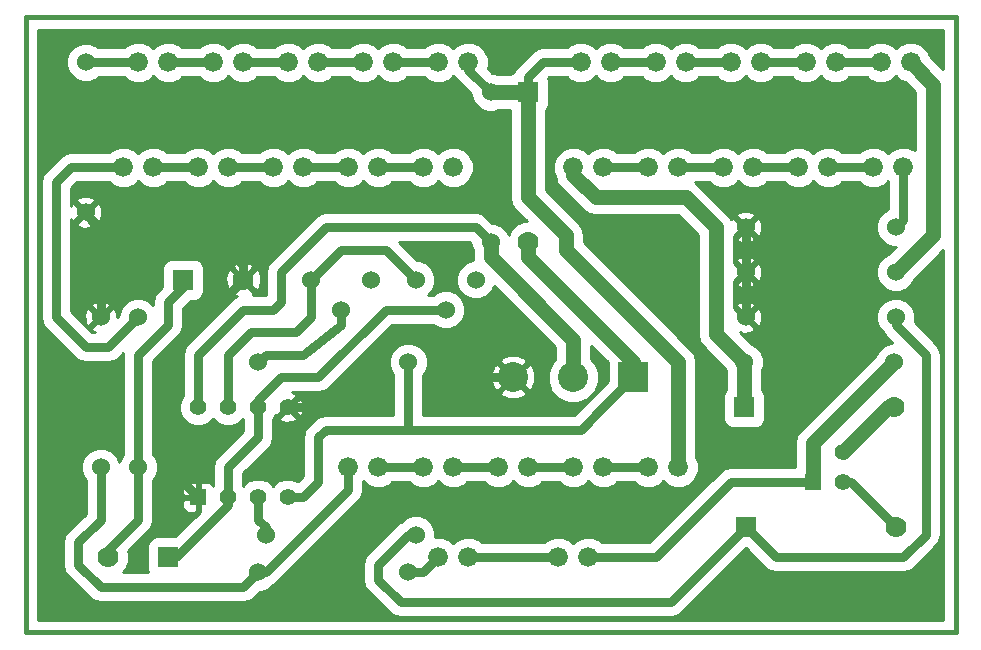
<source format=gbl>
G04 (created by PCBNEW-RS274X (2011-05-25)-stable) date Thu 15 Mar 2012 01:05:41 AM MST*
G01*
G70*
G90*
%MOIN*%
G04 Gerber Fmt 3.4, Leading zero omitted, Abs format*
%FSLAX34Y34*%
G04 APERTURE LIST*
%ADD10C,0.006000*%
%ADD11C,0.015000*%
%ADD12R,0.055000X0.055000*%
%ADD13C,0.055000*%
%ADD14C,0.060000*%
%ADD15C,0.066000*%
%ADD16C,0.070000*%
%ADD17R,0.070000X0.070000*%
%ADD18R,0.100000X0.100000*%
%ADD19C,0.100000*%
%ADD20C,0.030000*%
%ADD21C,0.050000*%
%ADD22C,0.010000*%
G04 APERTURE END LIST*
G54D10*
G54D11*
X67000Y-20250D02*
X67000Y-40750D01*
X36000Y-40750D02*
X67000Y-40750D01*
X36000Y-20250D02*
X36000Y-40750D01*
X36000Y-20250D02*
X67000Y-20250D01*
G54D12*
X62250Y-35750D03*
G54D13*
X63250Y-35750D03*
X63250Y-34750D03*
G54D14*
X51000Y-29000D03*
X50000Y-30000D03*
X49000Y-29000D03*
X47500Y-29000D03*
X46500Y-30000D03*
X45500Y-29000D03*
X38000Y-26750D03*
X38000Y-21750D03*
X43750Y-38750D03*
X48750Y-38750D03*
X65000Y-28750D03*
X60000Y-28750D03*
X65000Y-27250D03*
X60000Y-27250D03*
X39750Y-35250D03*
X39750Y-30250D03*
X48750Y-31750D03*
X43750Y-31750D03*
X51500Y-22750D03*
X51500Y-27750D03*
X59950Y-31750D03*
X64950Y-31750D03*
X65000Y-30250D03*
X60000Y-30250D03*
X38500Y-30250D03*
X38500Y-35250D03*
X49000Y-37500D03*
X44000Y-37500D03*
G54D15*
X64250Y-25250D03*
X65250Y-25250D03*
X57750Y-35250D03*
X56750Y-35250D03*
X55250Y-35250D03*
X54250Y-35250D03*
X52750Y-35250D03*
X51750Y-35250D03*
X50250Y-35250D03*
X49250Y-35250D03*
X47750Y-35250D03*
X46750Y-35250D03*
X43250Y-21750D03*
X42250Y-21750D03*
X45750Y-21750D03*
X44750Y-21750D03*
X48250Y-21750D03*
X47250Y-21750D03*
X50750Y-21750D03*
X49750Y-21750D03*
X54500Y-21750D03*
X55500Y-21750D03*
X57000Y-21750D03*
X58000Y-21750D03*
X59500Y-21750D03*
X60500Y-21750D03*
X62000Y-21750D03*
X63000Y-21750D03*
X64500Y-21750D03*
X65500Y-21750D03*
X61750Y-25250D03*
X62750Y-25250D03*
X40250Y-25250D03*
X39250Y-25250D03*
X42750Y-25250D03*
X41750Y-25250D03*
X45250Y-25250D03*
X44250Y-25250D03*
X47750Y-25250D03*
X46750Y-25250D03*
X50250Y-25250D03*
X49250Y-25250D03*
X54250Y-25250D03*
X55250Y-25250D03*
X56750Y-25250D03*
X57750Y-25250D03*
X59250Y-25250D03*
X60250Y-25250D03*
X40750Y-21750D03*
X39750Y-21750D03*
X54750Y-38250D03*
X53750Y-38250D03*
X50750Y-38250D03*
X49750Y-38250D03*
G54D12*
X41750Y-36250D03*
G54D13*
X42750Y-36250D03*
X43750Y-36250D03*
X44750Y-36250D03*
X44750Y-33250D03*
X43750Y-33250D03*
X42750Y-33250D03*
X41750Y-33250D03*
G54D16*
X52750Y-27750D03*
G54D17*
X52750Y-22750D03*
G54D16*
X65000Y-37250D03*
G54D17*
X60000Y-37250D03*
G54D16*
X64950Y-33250D03*
G54D17*
X59950Y-33250D03*
G54D18*
X56250Y-32250D03*
G54D19*
X54250Y-32250D03*
X52250Y-32250D03*
G54D17*
X41250Y-29000D03*
G54D16*
X43250Y-29000D03*
G54D17*
X40750Y-38250D03*
G54D16*
X38750Y-38250D03*
G54D20*
X43250Y-29000D02*
X40750Y-31500D01*
X40750Y-35250D02*
X41750Y-36250D01*
X40750Y-31500D02*
X40750Y-35250D01*
X43250Y-29000D02*
X43250Y-28500D01*
X42250Y-27500D02*
X38500Y-27500D01*
X43250Y-28500D02*
X42250Y-27500D01*
X38500Y-30250D02*
X38500Y-28500D01*
X38500Y-28500D02*
X38500Y-28000D01*
X38500Y-28000D02*
X38500Y-27500D01*
X60000Y-30250D02*
X60000Y-28750D01*
X60000Y-28750D02*
X60000Y-27250D01*
X50250Y-31750D02*
X49250Y-30750D01*
X49250Y-30750D02*
X48250Y-30750D01*
X48250Y-30750D02*
X45750Y-33250D01*
X45750Y-33250D02*
X44750Y-33250D01*
X52250Y-32250D02*
X50750Y-32250D01*
X50750Y-32250D02*
X50250Y-31750D01*
X44750Y-33250D02*
X44750Y-33250D01*
X38000Y-26750D02*
X38500Y-27500D01*
X64950Y-33250D02*
X64750Y-33250D01*
G54D21*
X64750Y-33250D02*
X63250Y-34750D01*
G54D20*
X63250Y-35750D02*
X63500Y-35750D01*
X63500Y-35750D02*
X65000Y-37250D01*
X48750Y-38750D02*
X49250Y-38750D01*
X49250Y-38750D02*
X49750Y-38250D01*
X49000Y-29000D02*
X48000Y-28000D01*
X46500Y-28000D02*
X48000Y-28000D01*
X46500Y-28000D02*
X45500Y-29000D01*
X45500Y-29000D02*
X45500Y-30250D01*
X42750Y-31500D02*
X42750Y-33250D01*
X43500Y-30750D02*
X42750Y-31500D01*
X45000Y-30750D02*
X43500Y-30750D01*
X45500Y-30250D02*
X45000Y-30750D01*
X45500Y-29000D02*
X45500Y-29000D01*
X43750Y-31750D02*
X44000Y-31500D01*
X46500Y-30500D02*
X46500Y-30000D01*
X45250Y-31500D02*
X46500Y-30500D01*
X44000Y-31500D02*
X45250Y-31500D01*
X50750Y-38250D02*
X53750Y-38250D01*
X44000Y-37500D02*
X44000Y-37250D01*
X43750Y-37000D02*
X43750Y-36250D01*
X44000Y-37250D02*
X43750Y-37000D01*
X49250Y-35250D02*
X47750Y-35250D01*
X51750Y-35250D02*
X50250Y-35250D01*
X54250Y-35250D02*
X52750Y-35250D01*
X55250Y-35250D02*
X56750Y-35250D01*
X48250Y-21750D02*
X49750Y-21750D01*
X55250Y-25250D02*
X56750Y-25250D01*
X57750Y-25250D02*
X59250Y-25250D01*
X60250Y-25250D02*
X61750Y-25250D01*
X62750Y-25250D02*
X64250Y-25250D01*
X65000Y-27250D02*
X65250Y-27000D01*
X65250Y-25750D02*
X65250Y-25250D01*
X65250Y-27000D02*
X65250Y-25750D01*
X42250Y-21750D02*
X40750Y-21750D01*
X39750Y-21750D02*
X38000Y-21750D01*
X44750Y-21750D02*
X43250Y-21750D01*
X45750Y-21750D02*
X47250Y-21750D01*
X49250Y-25250D02*
X47750Y-25250D01*
X46750Y-25250D02*
X45250Y-25250D01*
X44250Y-25250D02*
X42750Y-25250D01*
X41750Y-25250D02*
X40250Y-25250D01*
X39250Y-25250D02*
X37500Y-25250D01*
X38750Y-31250D02*
X39750Y-30250D01*
X38000Y-31250D02*
X38750Y-31250D01*
X37000Y-30250D02*
X38000Y-31250D01*
X37000Y-25750D02*
X37000Y-30250D01*
X37500Y-25250D02*
X37000Y-25750D01*
X63000Y-21750D02*
X64500Y-21750D01*
G54D21*
X65000Y-28750D02*
X66250Y-27500D01*
X66250Y-22500D02*
X65500Y-21750D01*
X66250Y-27500D02*
X66250Y-22500D01*
G54D20*
X60500Y-21750D02*
X62000Y-21750D01*
X58000Y-21750D02*
X59500Y-21750D01*
X55500Y-21750D02*
X57000Y-21750D01*
X43750Y-38750D02*
X44000Y-38750D01*
X46750Y-36000D02*
X46750Y-35250D01*
X44000Y-38750D02*
X46750Y-36000D01*
X38500Y-35250D02*
X38500Y-37000D01*
X43250Y-39250D02*
X43750Y-38750D01*
X38500Y-39250D02*
X43250Y-39250D01*
X37750Y-38500D02*
X38500Y-39250D01*
X37750Y-37750D02*
X37750Y-38500D01*
X38500Y-37000D02*
X37750Y-37750D01*
X38750Y-38250D02*
X38750Y-38000D01*
X39750Y-37000D02*
X39750Y-35250D01*
X38750Y-38000D02*
X39750Y-37000D01*
X41250Y-29000D02*
X41250Y-29250D01*
X39750Y-31500D02*
X39750Y-35250D01*
X40750Y-30500D02*
X39750Y-31500D01*
X40750Y-29750D02*
X40750Y-30500D01*
X41250Y-29250D02*
X40750Y-29750D01*
X54250Y-25250D02*
X54250Y-25500D01*
G54D21*
X59000Y-30800D02*
X59950Y-31750D01*
X59000Y-27250D02*
X59000Y-30800D01*
X58000Y-26250D02*
X59000Y-27250D01*
X55000Y-26250D02*
X58000Y-26250D01*
X54250Y-25500D02*
X55000Y-26250D01*
X59950Y-33250D02*
X59950Y-31750D01*
G54D20*
X50000Y-30000D02*
X48000Y-30000D01*
X43750Y-33000D02*
X44500Y-32250D01*
X44500Y-32250D02*
X45750Y-32250D01*
X45750Y-32250D02*
X48000Y-30000D01*
X43750Y-33000D02*
X43750Y-33250D01*
X40750Y-38250D02*
X41000Y-38250D01*
X42750Y-36500D02*
X42750Y-36250D01*
X41000Y-38250D02*
X42750Y-36500D01*
X42750Y-36250D02*
X42750Y-35250D01*
X43750Y-34250D02*
X43750Y-33250D01*
X42750Y-35250D02*
X43750Y-34250D01*
X65000Y-30250D02*
X65000Y-30500D01*
X61000Y-38250D02*
X60000Y-37250D01*
X65250Y-38250D02*
X61000Y-38250D01*
X66000Y-37500D02*
X65250Y-38250D01*
X66000Y-31500D02*
X66000Y-37500D01*
X65000Y-30500D02*
X66000Y-31500D01*
X49000Y-37500D02*
X48750Y-37500D01*
X57500Y-39750D02*
X60000Y-37250D01*
X48500Y-39750D02*
X57500Y-39750D01*
X47750Y-39000D02*
X48500Y-39750D01*
X47750Y-38500D02*
X47750Y-39000D01*
X48750Y-37500D02*
X47750Y-38500D01*
X52750Y-22750D02*
X52750Y-22250D01*
X53250Y-21750D02*
X54500Y-21750D01*
X52750Y-22250D02*
X53250Y-21750D01*
X50750Y-21750D02*
X50750Y-22000D01*
X50750Y-22000D02*
X51500Y-22750D01*
G54D21*
X51500Y-22750D02*
X52750Y-22750D01*
X57750Y-33500D02*
X57750Y-31750D01*
X52750Y-26250D02*
X52750Y-22750D01*
X54000Y-27500D02*
X52750Y-26250D01*
X54000Y-28000D02*
X54000Y-27500D01*
X57750Y-31750D02*
X54000Y-28000D01*
X57750Y-35250D02*
X57750Y-33500D01*
G54D20*
X57750Y-33500D02*
X57750Y-33500D01*
X41750Y-33250D02*
X41750Y-31500D01*
X51000Y-27250D02*
X51500Y-27750D01*
X46000Y-27250D02*
X51000Y-27250D01*
X44500Y-28750D02*
X46000Y-27250D01*
X44500Y-29750D02*
X44500Y-28750D01*
X44250Y-30000D02*
X44500Y-29750D01*
X43250Y-30000D02*
X44250Y-30000D01*
X41750Y-31500D02*
X43250Y-30000D01*
G54D21*
X51500Y-27750D02*
X51500Y-28250D01*
X51500Y-28250D02*
X54250Y-31000D01*
X54250Y-31000D02*
X54250Y-32250D01*
X62250Y-35750D02*
X62250Y-34450D01*
X62250Y-34450D02*
X64950Y-31750D01*
G54D20*
X54750Y-38250D02*
X57000Y-38250D01*
X59500Y-35750D02*
X62250Y-35750D01*
X57000Y-38250D02*
X59500Y-35750D01*
X41750Y-33250D02*
X41750Y-33250D01*
G54D21*
X52750Y-27750D02*
X52750Y-28250D01*
X56250Y-31750D02*
X56250Y-32250D01*
X52750Y-28250D02*
X56250Y-31750D01*
G54D20*
X48750Y-31750D02*
X48750Y-34000D01*
X54500Y-34000D02*
X55250Y-33250D01*
X50500Y-34000D02*
X54500Y-34000D01*
X55250Y-33250D02*
X56250Y-32250D01*
X46000Y-34000D02*
X47500Y-34000D01*
X47500Y-34000D02*
X48750Y-34000D01*
X48750Y-34000D02*
X50500Y-34000D01*
X50500Y-34000D02*
X50500Y-34000D01*
X44750Y-36250D02*
X45250Y-36250D01*
X45750Y-34250D02*
X46000Y-34000D01*
X45750Y-35750D02*
X45750Y-34250D01*
X45250Y-36250D02*
X45750Y-35750D01*
G54D10*
G36*
X55401Y-32391D02*
X54896Y-32896D01*
X54894Y-32898D01*
X54292Y-33500D01*
X52989Y-33500D01*
X52989Y-32377D01*
X52981Y-32085D01*
X52884Y-31850D01*
X52770Y-31800D01*
X52700Y-31870D01*
X52700Y-31730D01*
X52650Y-31616D01*
X52377Y-31511D01*
X52085Y-31519D01*
X51850Y-31616D01*
X51800Y-31730D01*
X52250Y-32179D01*
X52700Y-31730D01*
X52700Y-31870D01*
X52321Y-32250D01*
X52770Y-32700D01*
X52884Y-32650D01*
X52989Y-32377D01*
X52989Y-33500D01*
X52700Y-33500D01*
X52700Y-32770D01*
X52250Y-32321D01*
X52179Y-32391D01*
X52179Y-32250D01*
X51730Y-31800D01*
X51616Y-31850D01*
X51511Y-32123D01*
X51519Y-32415D01*
X51616Y-32650D01*
X51730Y-32700D01*
X52179Y-32250D01*
X52179Y-32391D01*
X51800Y-32770D01*
X51850Y-32884D01*
X52123Y-32989D01*
X52415Y-32981D01*
X52650Y-32884D01*
X52700Y-32770D01*
X52700Y-33500D01*
X50500Y-33500D01*
X49250Y-33500D01*
X49250Y-32168D01*
X49300Y-32118D01*
X49399Y-31879D01*
X49399Y-31621D01*
X49300Y-31382D01*
X49118Y-31200D01*
X48879Y-31101D01*
X48621Y-31101D01*
X48382Y-31200D01*
X48200Y-31382D01*
X48101Y-31621D01*
X48101Y-31879D01*
X48200Y-32118D01*
X48250Y-32168D01*
X48250Y-33500D01*
X47500Y-33500D01*
X46000Y-33500D01*
X45809Y-33538D01*
X45646Y-33646D01*
X45644Y-33648D01*
X45396Y-33896D01*
X45288Y-34058D01*
X45269Y-34151D01*
X45269Y-33324D01*
X45258Y-33120D01*
X45202Y-32983D01*
X45111Y-32960D01*
X44821Y-33250D01*
X45111Y-33540D01*
X45202Y-33517D01*
X45269Y-33324D01*
X45269Y-34151D01*
X45249Y-34250D01*
X45250Y-34254D01*
X45250Y-35542D01*
X45081Y-35710D01*
X45040Y-35693D01*
X45040Y-33611D01*
X44750Y-33321D01*
X44460Y-33611D01*
X44483Y-33702D01*
X44676Y-33769D01*
X44880Y-33758D01*
X45017Y-33702D01*
X45040Y-33611D01*
X45040Y-35693D01*
X44875Y-35625D01*
X44626Y-35625D01*
X44396Y-35720D01*
X44250Y-35866D01*
X44104Y-35720D01*
X43875Y-35625D01*
X43626Y-35625D01*
X43396Y-35720D01*
X43250Y-35866D01*
X43250Y-35457D01*
X44101Y-34605D01*
X44103Y-34604D01*
X44104Y-34604D01*
X44168Y-34506D01*
X44212Y-34442D01*
X44212Y-34441D01*
X44250Y-34250D01*
X44250Y-33634D01*
X44280Y-33604D01*
X44314Y-33521D01*
X44389Y-33540D01*
X44644Y-33285D01*
X44679Y-33250D01*
X44750Y-33179D01*
X44785Y-33144D01*
X45040Y-32889D01*
X45017Y-32798D01*
X44878Y-32750D01*
X45745Y-32750D01*
X45750Y-32751D01*
X45750Y-32750D01*
X45941Y-32712D01*
X45942Y-32712D01*
X46104Y-32604D01*
X48207Y-30500D01*
X49582Y-30500D01*
X49632Y-30550D01*
X49871Y-30649D01*
X50129Y-30649D01*
X50368Y-30550D01*
X50550Y-30368D01*
X50649Y-30129D01*
X50649Y-29871D01*
X50550Y-29632D01*
X50368Y-29450D01*
X50129Y-29351D01*
X49871Y-29351D01*
X49632Y-29450D01*
X49582Y-29500D01*
X49418Y-29500D01*
X49550Y-29368D01*
X49649Y-29129D01*
X49649Y-28871D01*
X49550Y-28632D01*
X49368Y-28450D01*
X49129Y-28351D01*
X49058Y-28351D01*
X48457Y-27750D01*
X50792Y-27750D01*
X50851Y-27808D01*
X50851Y-27879D01*
X50900Y-27997D01*
X50900Y-28250D01*
X50920Y-28351D01*
X50871Y-28351D01*
X50632Y-28450D01*
X50450Y-28632D01*
X50351Y-28871D01*
X50351Y-29129D01*
X50450Y-29368D01*
X50632Y-29550D01*
X50871Y-29649D01*
X51129Y-29649D01*
X51368Y-29550D01*
X51550Y-29368D01*
X51614Y-29212D01*
X53650Y-31248D01*
X53650Y-31648D01*
X53530Y-31768D01*
X53400Y-32080D01*
X53400Y-32418D01*
X53529Y-32730D01*
X53768Y-32970D01*
X54080Y-33100D01*
X54418Y-33100D01*
X54730Y-32971D01*
X54970Y-32732D01*
X55100Y-32420D01*
X55100Y-32082D01*
X54971Y-31770D01*
X54850Y-31648D01*
X54850Y-31198D01*
X55401Y-31749D01*
X55401Y-31819D01*
X55401Y-32391D01*
X55401Y-32391D01*
G37*
G54D22*
X55401Y-32391D02*
X54896Y-32896D01*
X54894Y-32898D01*
X54292Y-33500D01*
X52989Y-33500D01*
X52989Y-32377D01*
X52981Y-32085D01*
X52884Y-31850D01*
X52770Y-31800D01*
X52700Y-31870D01*
X52700Y-31730D01*
X52650Y-31616D01*
X52377Y-31511D01*
X52085Y-31519D01*
X51850Y-31616D01*
X51800Y-31730D01*
X52250Y-32179D01*
X52700Y-31730D01*
X52700Y-31870D01*
X52321Y-32250D01*
X52770Y-32700D01*
X52884Y-32650D01*
X52989Y-32377D01*
X52989Y-33500D01*
X52700Y-33500D01*
X52700Y-32770D01*
X52250Y-32321D01*
X52179Y-32391D01*
X52179Y-32250D01*
X51730Y-31800D01*
X51616Y-31850D01*
X51511Y-32123D01*
X51519Y-32415D01*
X51616Y-32650D01*
X51730Y-32700D01*
X52179Y-32250D01*
X52179Y-32391D01*
X51800Y-32770D01*
X51850Y-32884D01*
X52123Y-32989D01*
X52415Y-32981D01*
X52650Y-32884D01*
X52700Y-32770D01*
X52700Y-33500D01*
X50500Y-33500D01*
X49250Y-33500D01*
X49250Y-32168D01*
X49300Y-32118D01*
X49399Y-31879D01*
X49399Y-31621D01*
X49300Y-31382D01*
X49118Y-31200D01*
X48879Y-31101D01*
X48621Y-31101D01*
X48382Y-31200D01*
X48200Y-31382D01*
X48101Y-31621D01*
X48101Y-31879D01*
X48200Y-32118D01*
X48250Y-32168D01*
X48250Y-33500D01*
X47500Y-33500D01*
X46000Y-33500D01*
X45809Y-33538D01*
X45646Y-33646D01*
X45644Y-33648D01*
X45396Y-33896D01*
X45288Y-34058D01*
X45269Y-34151D01*
X45269Y-33324D01*
X45258Y-33120D01*
X45202Y-32983D01*
X45111Y-32960D01*
X44821Y-33250D01*
X45111Y-33540D01*
X45202Y-33517D01*
X45269Y-33324D01*
X45269Y-34151D01*
X45249Y-34250D01*
X45250Y-34254D01*
X45250Y-35542D01*
X45081Y-35710D01*
X45040Y-35693D01*
X45040Y-33611D01*
X44750Y-33321D01*
X44460Y-33611D01*
X44483Y-33702D01*
X44676Y-33769D01*
X44880Y-33758D01*
X45017Y-33702D01*
X45040Y-33611D01*
X45040Y-35693D01*
X44875Y-35625D01*
X44626Y-35625D01*
X44396Y-35720D01*
X44250Y-35866D01*
X44104Y-35720D01*
X43875Y-35625D01*
X43626Y-35625D01*
X43396Y-35720D01*
X43250Y-35866D01*
X43250Y-35457D01*
X44101Y-34605D01*
X44103Y-34604D01*
X44104Y-34604D01*
X44168Y-34506D01*
X44212Y-34442D01*
X44212Y-34441D01*
X44250Y-34250D01*
X44250Y-33634D01*
X44280Y-33604D01*
X44314Y-33521D01*
X44389Y-33540D01*
X44644Y-33285D01*
X44679Y-33250D01*
X44750Y-33179D01*
X44785Y-33144D01*
X45040Y-32889D01*
X45017Y-32798D01*
X44878Y-32750D01*
X45745Y-32750D01*
X45750Y-32751D01*
X45750Y-32750D01*
X45941Y-32712D01*
X45942Y-32712D01*
X46104Y-32604D01*
X48207Y-30500D01*
X49582Y-30500D01*
X49632Y-30550D01*
X49871Y-30649D01*
X50129Y-30649D01*
X50368Y-30550D01*
X50550Y-30368D01*
X50649Y-30129D01*
X50649Y-29871D01*
X50550Y-29632D01*
X50368Y-29450D01*
X50129Y-29351D01*
X49871Y-29351D01*
X49632Y-29450D01*
X49582Y-29500D01*
X49418Y-29500D01*
X49550Y-29368D01*
X49649Y-29129D01*
X49649Y-28871D01*
X49550Y-28632D01*
X49368Y-28450D01*
X49129Y-28351D01*
X49058Y-28351D01*
X48457Y-27750D01*
X50792Y-27750D01*
X50851Y-27808D01*
X50851Y-27879D01*
X50900Y-27997D01*
X50900Y-28250D01*
X50920Y-28351D01*
X50871Y-28351D01*
X50632Y-28450D01*
X50450Y-28632D01*
X50351Y-28871D01*
X50351Y-29129D01*
X50450Y-29368D01*
X50632Y-29550D01*
X50871Y-29649D01*
X51129Y-29649D01*
X51368Y-29550D01*
X51550Y-29368D01*
X51614Y-29212D01*
X53650Y-31248D01*
X53650Y-31648D01*
X53530Y-31768D01*
X53400Y-32080D01*
X53400Y-32418D01*
X53529Y-32730D01*
X53768Y-32970D01*
X54080Y-33100D01*
X54418Y-33100D01*
X54730Y-32971D01*
X54970Y-32732D01*
X55100Y-32420D01*
X55100Y-32082D01*
X54971Y-31770D01*
X54850Y-31648D01*
X54850Y-31198D01*
X55401Y-31749D01*
X55401Y-31819D01*
X55401Y-32391D01*
G54D10*
G36*
X66575Y-40325D02*
X66500Y-40325D01*
X66500Y-37500D01*
X66500Y-31500D01*
X66462Y-31309D01*
X66462Y-31308D01*
X66418Y-31243D01*
X66354Y-31146D01*
X66351Y-31144D01*
X65630Y-30423D01*
X65649Y-30379D01*
X65649Y-30121D01*
X65550Y-29882D01*
X65368Y-29700D01*
X65129Y-29601D01*
X64871Y-29601D01*
X64632Y-29700D01*
X64450Y-29882D01*
X64351Y-30121D01*
X64351Y-30379D01*
X64450Y-30618D01*
X64566Y-30734D01*
X64567Y-30735D01*
X64646Y-30854D01*
X64893Y-31101D01*
X64821Y-31101D01*
X64582Y-31200D01*
X64400Y-31382D01*
X64351Y-31499D01*
X61826Y-34026D01*
X61696Y-34220D01*
X61650Y-34450D01*
X61650Y-35250D01*
X59500Y-35250D01*
X59309Y-35288D01*
X59146Y-35396D01*
X59144Y-35398D01*
X56792Y-37750D01*
X55211Y-37750D01*
X55135Y-37674D01*
X54886Y-37570D01*
X54615Y-37570D01*
X54365Y-37673D01*
X54250Y-37788D01*
X54135Y-37674D01*
X53886Y-37570D01*
X53615Y-37570D01*
X53365Y-37673D01*
X53288Y-37750D01*
X51211Y-37750D01*
X51135Y-37674D01*
X50886Y-37570D01*
X50615Y-37570D01*
X50365Y-37673D01*
X50250Y-37788D01*
X50135Y-37674D01*
X49886Y-37570D01*
X49649Y-37570D01*
X49649Y-37371D01*
X49550Y-37132D01*
X49368Y-36950D01*
X49129Y-36851D01*
X48871Y-36851D01*
X48632Y-36950D01*
X48515Y-37066D01*
X48514Y-37067D01*
X48493Y-37081D01*
X48396Y-37146D01*
X48394Y-37148D01*
X47396Y-38146D01*
X47288Y-38308D01*
X47249Y-38500D01*
X47250Y-38504D01*
X47250Y-38995D01*
X47249Y-39000D01*
X47288Y-39192D01*
X47396Y-39354D01*
X48144Y-40101D01*
X48146Y-40104D01*
X48308Y-40211D01*
X48309Y-40212D01*
X48500Y-40250D01*
X57495Y-40250D01*
X57500Y-40251D01*
X57500Y-40250D01*
X57691Y-40212D01*
X57692Y-40212D01*
X57854Y-40104D01*
X59999Y-37957D01*
X60644Y-38601D01*
X60646Y-38604D01*
X60743Y-38668D01*
X60808Y-38712D01*
X60809Y-38712D01*
X61000Y-38750D01*
X65245Y-38750D01*
X65250Y-38751D01*
X65250Y-38750D01*
X65441Y-38712D01*
X65442Y-38712D01*
X65604Y-38604D01*
X66351Y-37855D01*
X66353Y-37854D01*
X66354Y-37854D01*
X66461Y-37692D01*
X66462Y-37691D01*
X66500Y-37500D01*
X66500Y-40325D01*
X36425Y-40325D01*
X36425Y-20675D01*
X66575Y-20675D01*
X66575Y-21976D01*
X66156Y-21558D01*
X66077Y-21365D01*
X65885Y-21174D01*
X65636Y-21070D01*
X65365Y-21070D01*
X65115Y-21173D01*
X65000Y-21288D01*
X64885Y-21174D01*
X64636Y-21070D01*
X64365Y-21070D01*
X64115Y-21173D01*
X64038Y-21250D01*
X63461Y-21250D01*
X63385Y-21174D01*
X63136Y-21070D01*
X62865Y-21070D01*
X62615Y-21173D01*
X62500Y-21288D01*
X62385Y-21174D01*
X62136Y-21070D01*
X61865Y-21070D01*
X61615Y-21173D01*
X61538Y-21250D01*
X60961Y-21250D01*
X60885Y-21174D01*
X60636Y-21070D01*
X60365Y-21070D01*
X60115Y-21173D01*
X60000Y-21288D01*
X59885Y-21174D01*
X59636Y-21070D01*
X59365Y-21070D01*
X59115Y-21173D01*
X59038Y-21250D01*
X58461Y-21250D01*
X58385Y-21174D01*
X58136Y-21070D01*
X57865Y-21070D01*
X57615Y-21173D01*
X57500Y-21288D01*
X57385Y-21174D01*
X57136Y-21070D01*
X56865Y-21070D01*
X56615Y-21173D01*
X56538Y-21250D01*
X55961Y-21250D01*
X55885Y-21174D01*
X55636Y-21070D01*
X55365Y-21070D01*
X55115Y-21173D01*
X55000Y-21288D01*
X54885Y-21174D01*
X54636Y-21070D01*
X54365Y-21070D01*
X54115Y-21173D01*
X54038Y-21250D01*
X53254Y-21250D01*
X53250Y-21249D01*
X53058Y-21288D01*
X52993Y-21331D01*
X52896Y-21396D01*
X52894Y-21398D01*
X52396Y-21896D01*
X52288Y-22058D01*
X52285Y-22069D01*
X52203Y-22104D01*
X52156Y-22150D01*
X51747Y-22150D01*
X51629Y-22101D01*
X51558Y-22101D01*
X51404Y-21946D01*
X51430Y-21886D01*
X51430Y-21615D01*
X51327Y-21365D01*
X51135Y-21174D01*
X50886Y-21070D01*
X50615Y-21070D01*
X50365Y-21173D01*
X50250Y-21288D01*
X50135Y-21174D01*
X49886Y-21070D01*
X49615Y-21070D01*
X49365Y-21173D01*
X49288Y-21250D01*
X48711Y-21250D01*
X48635Y-21174D01*
X48386Y-21070D01*
X48115Y-21070D01*
X47865Y-21173D01*
X47750Y-21288D01*
X47635Y-21174D01*
X47386Y-21070D01*
X47115Y-21070D01*
X46865Y-21173D01*
X46788Y-21250D01*
X46211Y-21250D01*
X46135Y-21174D01*
X45886Y-21070D01*
X45615Y-21070D01*
X45365Y-21173D01*
X45250Y-21288D01*
X45135Y-21174D01*
X44886Y-21070D01*
X44615Y-21070D01*
X44365Y-21173D01*
X44288Y-21250D01*
X43711Y-21250D01*
X43635Y-21174D01*
X43386Y-21070D01*
X43115Y-21070D01*
X42865Y-21173D01*
X42750Y-21288D01*
X42635Y-21174D01*
X42386Y-21070D01*
X42115Y-21070D01*
X41865Y-21173D01*
X41788Y-21250D01*
X41211Y-21250D01*
X41135Y-21174D01*
X40886Y-21070D01*
X40615Y-21070D01*
X40365Y-21173D01*
X40250Y-21288D01*
X40135Y-21174D01*
X39886Y-21070D01*
X39615Y-21070D01*
X39365Y-21173D01*
X39288Y-21250D01*
X38418Y-21250D01*
X38368Y-21200D01*
X38129Y-21101D01*
X37871Y-21101D01*
X37632Y-21200D01*
X37450Y-21382D01*
X37351Y-21621D01*
X37351Y-21879D01*
X37450Y-22118D01*
X37632Y-22300D01*
X37871Y-22399D01*
X38129Y-22399D01*
X38368Y-22300D01*
X38418Y-22250D01*
X39288Y-22250D01*
X39365Y-22326D01*
X39614Y-22430D01*
X39885Y-22430D01*
X40135Y-22327D01*
X40249Y-22211D01*
X40365Y-22326D01*
X40614Y-22430D01*
X40885Y-22430D01*
X41135Y-22327D01*
X41211Y-22250D01*
X41788Y-22250D01*
X41865Y-22326D01*
X42114Y-22430D01*
X42385Y-22430D01*
X42635Y-22327D01*
X42749Y-22211D01*
X42865Y-22326D01*
X43114Y-22430D01*
X43385Y-22430D01*
X43635Y-22327D01*
X43711Y-22250D01*
X44288Y-22250D01*
X44365Y-22326D01*
X44614Y-22430D01*
X44885Y-22430D01*
X45135Y-22327D01*
X45249Y-22211D01*
X45365Y-22326D01*
X45614Y-22430D01*
X45885Y-22430D01*
X46135Y-22327D01*
X46211Y-22250D01*
X46788Y-22250D01*
X46865Y-22326D01*
X47114Y-22430D01*
X47385Y-22430D01*
X47635Y-22327D01*
X47749Y-22211D01*
X47865Y-22326D01*
X48114Y-22430D01*
X48385Y-22430D01*
X48635Y-22327D01*
X48711Y-22250D01*
X49288Y-22250D01*
X49365Y-22326D01*
X49614Y-22430D01*
X49885Y-22430D01*
X50135Y-22327D01*
X50249Y-22211D01*
X50365Y-22326D01*
X50382Y-22333D01*
X50396Y-22354D01*
X50851Y-22808D01*
X50851Y-22879D01*
X50950Y-23118D01*
X51132Y-23300D01*
X51371Y-23399D01*
X51629Y-23399D01*
X51747Y-23350D01*
X52150Y-23350D01*
X52150Y-26250D01*
X52196Y-26480D01*
X52326Y-26674D01*
X52702Y-27051D01*
X52612Y-27051D01*
X52355Y-27157D01*
X52158Y-27353D01*
X52097Y-27497D01*
X52050Y-27382D01*
X51868Y-27200D01*
X51629Y-27101D01*
X51558Y-27101D01*
X51354Y-26896D01*
X51192Y-26788D01*
X51000Y-26749D01*
X50995Y-26750D01*
X46000Y-26750D01*
X45808Y-26788D01*
X45743Y-26831D01*
X45646Y-26896D01*
X45644Y-26898D01*
X44146Y-28396D01*
X44038Y-28558D01*
X43999Y-28750D01*
X44000Y-28754D01*
X44000Y-29500D01*
X43843Y-29500D01*
X43843Y-29091D01*
X43832Y-28856D01*
X43763Y-28690D01*
X43664Y-28657D01*
X43593Y-28728D01*
X43593Y-28586D01*
X43560Y-28487D01*
X43341Y-28407D01*
X43106Y-28418D01*
X42940Y-28487D01*
X42907Y-28586D01*
X43250Y-28929D01*
X43593Y-28586D01*
X43593Y-28728D01*
X43321Y-29000D01*
X43664Y-29343D01*
X43763Y-29310D01*
X43843Y-29091D01*
X43843Y-29500D01*
X43564Y-29500D01*
X43593Y-29414D01*
X43250Y-29071D01*
X43179Y-29142D01*
X43179Y-29000D01*
X42836Y-28657D01*
X42737Y-28690D01*
X42657Y-28909D01*
X42668Y-29144D01*
X42737Y-29310D01*
X42836Y-29343D01*
X43179Y-29000D01*
X43179Y-29142D01*
X42907Y-29414D01*
X42940Y-29513D01*
X43040Y-29549D01*
X42993Y-29581D01*
X42896Y-29646D01*
X42894Y-29648D01*
X41396Y-31146D01*
X41288Y-31308D01*
X41249Y-31500D01*
X41250Y-31504D01*
X41250Y-32866D01*
X41220Y-32896D01*
X41125Y-33125D01*
X41125Y-33374D01*
X41220Y-33604D01*
X41396Y-33780D01*
X41625Y-33875D01*
X41874Y-33875D01*
X42104Y-33780D01*
X42250Y-33634D01*
X42396Y-33780D01*
X42625Y-33875D01*
X42874Y-33875D01*
X43104Y-33780D01*
X43250Y-33634D01*
X43250Y-34042D01*
X42396Y-34896D01*
X42288Y-35058D01*
X42249Y-35250D01*
X42250Y-35254D01*
X42250Y-35866D01*
X42249Y-35866D01*
X42236Y-35834D01*
X42166Y-35764D01*
X42074Y-35726D01*
X41862Y-35725D01*
X41800Y-35787D01*
X41800Y-36150D01*
X41800Y-36200D01*
X41800Y-36300D01*
X41800Y-36350D01*
X41800Y-36713D01*
X41814Y-36727D01*
X41700Y-36841D01*
X41700Y-36713D01*
X41700Y-36300D01*
X41700Y-36200D01*
X41700Y-35787D01*
X41638Y-35725D01*
X41426Y-35726D01*
X41334Y-35764D01*
X41264Y-35834D01*
X41226Y-35925D01*
X41226Y-36024D01*
X41225Y-36138D01*
X41287Y-36200D01*
X41700Y-36200D01*
X41700Y-36300D01*
X41287Y-36300D01*
X41225Y-36362D01*
X41226Y-36476D01*
X41226Y-36575D01*
X41264Y-36666D01*
X41334Y-36736D01*
X41426Y-36774D01*
X41638Y-36775D01*
X41700Y-36713D01*
X41700Y-36841D01*
X40991Y-37551D01*
X40331Y-37551D01*
X40203Y-37604D01*
X40104Y-37702D01*
X40051Y-37830D01*
X40051Y-37969D01*
X40051Y-38669D01*
X40084Y-38750D01*
X39238Y-38750D01*
X39342Y-38647D01*
X39449Y-38390D01*
X39449Y-38112D01*
X39418Y-38038D01*
X40101Y-37355D01*
X40103Y-37354D01*
X40104Y-37354D01*
X40168Y-37256D01*
X40212Y-37192D01*
X40212Y-37191D01*
X40250Y-37000D01*
X40250Y-35668D01*
X40300Y-35618D01*
X40399Y-35379D01*
X40399Y-35121D01*
X40300Y-34882D01*
X40250Y-34832D01*
X40250Y-31707D01*
X41101Y-30855D01*
X41103Y-30854D01*
X41104Y-30854D01*
X41168Y-30756D01*
X41212Y-30692D01*
X41212Y-30691D01*
X41250Y-30500D01*
X41250Y-29957D01*
X41508Y-29699D01*
X41669Y-29699D01*
X41797Y-29646D01*
X41896Y-29548D01*
X41949Y-29420D01*
X41949Y-29281D01*
X41949Y-28581D01*
X41896Y-28453D01*
X41798Y-28354D01*
X41670Y-28301D01*
X41531Y-28301D01*
X40831Y-28301D01*
X40703Y-28354D01*
X40604Y-28452D01*
X40551Y-28580D01*
X40551Y-28719D01*
X40551Y-29241D01*
X40396Y-29396D01*
X40288Y-29558D01*
X40249Y-29750D01*
X40250Y-29754D01*
X40250Y-29832D01*
X40118Y-29700D01*
X39879Y-29601D01*
X39621Y-29601D01*
X39382Y-29700D01*
X39200Y-29882D01*
X39101Y-30121D01*
X39101Y-30191D01*
X39039Y-30253D01*
X39032Y-30116D01*
X38972Y-29969D01*
X38878Y-29942D01*
X38808Y-30012D01*
X38808Y-29872D01*
X38781Y-29778D01*
X38579Y-29707D01*
X38543Y-29708D01*
X38543Y-26829D01*
X38532Y-26616D01*
X38472Y-26469D01*
X38378Y-26442D01*
X38308Y-26512D01*
X38308Y-26372D01*
X38281Y-26278D01*
X38079Y-26207D01*
X37866Y-26218D01*
X37719Y-26278D01*
X37692Y-26372D01*
X38000Y-26679D01*
X38308Y-26372D01*
X38308Y-26512D01*
X38071Y-26750D01*
X38378Y-27058D01*
X38472Y-27031D01*
X38543Y-26829D01*
X38543Y-29708D01*
X38366Y-29718D01*
X38308Y-29741D01*
X38308Y-27128D01*
X38000Y-26821D01*
X37692Y-27128D01*
X37719Y-27222D01*
X37921Y-27293D01*
X38134Y-27282D01*
X38281Y-27222D01*
X38308Y-27128D01*
X38308Y-29741D01*
X38219Y-29778D01*
X38192Y-29872D01*
X38500Y-30179D01*
X38808Y-29872D01*
X38808Y-30012D01*
X38571Y-30250D01*
X38500Y-30321D01*
X38429Y-30391D01*
X38429Y-30250D01*
X38122Y-29942D01*
X38028Y-29969D01*
X37957Y-30171D01*
X37968Y-30384D01*
X38028Y-30531D01*
X38122Y-30558D01*
X38429Y-30250D01*
X38429Y-30391D01*
X38192Y-30628D01*
X38219Y-30722D01*
X38298Y-30750D01*
X38207Y-30750D01*
X37500Y-30042D01*
X37500Y-26962D01*
X37528Y-27031D01*
X37622Y-27058D01*
X37929Y-26750D01*
X37622Y-26442D01*
X37528Y-26469D01*
X37500Y-26548D01*
X37500Y-25957D01*
X37707Y-25750D01*
X38788Y-25750D01*
X38865Y-25826D01*
X39114Y-25930D01*
X39385Y-25930D01*
X39635Y-25827D01*
X39749Y-25711D01*
X39865Y-25826D01*
X40114Y-25930D01*
X40385Y-25930D01*
X40635Y-25827D01*
X40711Y-25750D01*
X41288Y-25750D01*
X41365Y-25826D01*
X41614Y-25930D01*
X41885Y-25930D01*
X42135Y-25827D01*
X42249Y-25711D01*
X42365Y-25826D01*
X42614Y-25930D01*
X42885Y-25930D01*
X43135Y-25827D01*
X43211Y-25750D01*
X43788Y-25750D01*
X43865Y-25826D01*
X44114Y-25930D01*
X44385Y-25930D01*
X44635Y-25827D01*
X44749Y-25711D01*
X44865Y-25826D01*
X45114Y-25930D01*
X45385Y-25930D01*
X45635Y-25827D01*
X45711Y-25750D01*
X46288Y-25750D01*
X46365Y-25826D01*
X46614Y-25930D01*
X46885Y-25930D01*
X47135Y-25827D01*
X47249Y-25711D01*
X47365Y-25826D01*
X47614Y-25930D01*
X47885Y-25930D01*
X48135Y-25827D01*
X48211Y-25750D01*
X48788Y-25750D01*
X48865Y-25826D01*
X49114Y-25930D01*
X49385Y-25930D01*
X49635Y-25827D01*
X49749Y-25711D01*
X49865Y-25826D01*
X50114Y-25930D01*
X50385Y-25930D01*
X50635Y-25827D01*
X50826Y-25635D01*
X50930Y-25386D01*
X50930Y-25115D01*
X50827Y-24865D01*
X50635Y-24674D01*
X50386Y-24570D01*
X50115Y-24570D01*
X49865Y-24673D01*
X49750Y-24788D01*
X49635Y-24674D01*
X49386Y-24570D01*
X49115Y-24570D01*
X48865Y-24673D01*
X48788Y-24750D01*
X48211Y-24750D01*
X48135Y-24674D01*
X47886Y-24570D01*
X47615Y-24570D01*
X47365Y-24673D01*
X47250Y-24788D01*
X47135Y-24674D01*
X46886Y-24570D01*
X46615Y-24570D01*
X46365Y-24673D01*
X46288Y-24750D01*
X45711Y-24750D01*
X45635Y-24674D01*
X45386Y-24570D01*
X45115Y-24570D01*
X44865Y-24673D01*
X44750Y-24788D01*
X44635Y-24674D01*
X44386Y-24570D01*
X44115Y-24570D01*
X43865Y-24673D01*
X43788Y-24750D01*
X43211Y-24750D01*
X43135Y-24674D01*
X42886Y-24570D01*
X42615Y-24570D01*
X42365Y-24673D01*
X42250Y-24788D01*
X42135Y-24674D01*
X41886Y-24570D01*
X41615Y-24570D01*
X41365Y-24673D01*
X41288Y-24750D01*
X40711Y-24750D01*
X40635Y-24674D01*
X40386Y-24570D01*
X40115Y-24570D01*
X39865Y-24673D01*
X39750Y-24788D01*
X39635Y-24674D01*
X39386Y-24570D01*
X39115Y-24570D01*
X38865Y-24673D01*
X38788Y-24750D01*
X37504Y-24750D01*
X37500Y-24749D01*
X37308Y-24788D01*
X37243Y-24831D01*
X37146Y-24896D01*
X37144Y-24898D01*
X36646Y-25396D01*
X36538Y-25558D01*
X36499Y-25750D01*
X36500Y-25754D01*
X36500Y-30245D01*
X36499Y-30250D01*
X36538Y-30442D01*
X36646Y-30604D01*
X37644Y-31601D01*
X37646Y-31604D01*
X37743Y-31668D01*
X37808Y-31712D01*
X37809Y-31712D01*
X38000Y-31750D01*
X38745Y-31750D01*
X38750Y-31751D01*
X38750Y-31750D01*
X38941Y-31712D01*
X38942Y-31712D01*
X39104Y-31604D01*
X39259Y-31448D01*
X39249Y-31500D01*
X39250Y-31504D01*
X39250Y-34832D01*
X39200Y-34882D01*
X39125Y-35063D01*
X39050Y-34882D01*
X38868Y-34700D01*
X38629Y-34601D01*
X38371Y-34601D01*
X38132Y-34700D01*
X37950Y-34882D01*
X37851Y-35121D01*
X37851Y-35379D01*
X37950Y-35618D01*
X38000Y-35668D01*
X38000Y-36792D01*
X37396Y-37396D01*
X37288Y-37558D01*
X37249Y-37750D01*
X37250Y-37754D01*
X37250Y-38495D01*
X37249Y-38500D01*
X37288Y-38692D01*
X37396Y-38854D01*
X38144Y-39601D01*
X38146Y-39604D01*
X38308Y-39711D01*
X38309Y-39712D01*
X38500Y-39750D01*
X43245Y-39750D01*
X43250Y-39751D01*
X43250Y-39750D01*
X43441Y-39712D01*
X43442Y-39712D01*
X43604Y-39604D01*
X43808Y-39399D01*
X43879Y-39399D01*
X44118Y-39300D01*
X44234Y-39184D01*
X44235Y-39182D01*
X44354Y-39104D01*
X47101Y-36355D01*
X47103Y-36354D01*
X47104Y-36354D01*
X47168Y-36256D01*
X47212Y-36192D01*
X47212Y-36191D01*
X47250Y-36000D01*
X47251Y-36000D01*
X47250Y-35995D01*
X47250Y-35711D01*
X47365Y-35826D01*
X47614Y-35930D01*
X47885Y-35930D01*
X48135Y-35827D01*
X48211Y-35750D01*
X48788Y-35750D01*
X48865Y-35826D01*
X49114Y-35930D01*
X49385Y-35930D01*
X49635Y-35827D01*
X49749Y-35711D01*
X49865Y-35826D01*
X50114Y-35930D01*
X50385Y-35930D01*
X50635Y-35827D01*
X50711Y-35750D01*
X51288Y-35750D01*
X51365Y-35826D01*
X51614Y-35930D01*
X51885Y-35930D01*
X52135Y-35827D01*
X52249Y-35711D01*
X52365Y-35826D01*
X52614Y-35930D01*
X52885Y-35930D01*
X53135Y-35827D01*
X53211Y-35750D01*
X53788Y-35750D01*
X53865Y-35826D01*
X54114Y-35930D01*
X54385Y-35930D01*
X54635Y-35827D01*
X54749Y-35711D01*
X54865Y-35826D01*
X55114Y-35930D01*
X55385Y-35930D01*
X55635Y-35827D01*
X55711Y-35750D01*
X56288Y-35750D01*
X56365Y-35826D01*
X56614Y-35930D01*
X56885Y-35930D01*
X57135Y-35827D01*
X57249Y-35711D01*
X57365Y-35826D01*
X57614Y-35930D01*
X57885Y-35930D01*
X58135Y-35827D01*
X58326Y-35635D01*
X58430Y-35386D01*
X58430Y-35115D01*
X58350Y-34920D01*
X58350Y-33500D01*
X58350Y-31750D01*
X58304Y-31521D01*
X58304Y-31520D01*
X58174Y-31326D01*
X54600Y-27752D01*
X54600Y-27500D01*
X54599Y-27499D01*
X54554Y-27270D01*
X54424Y-27076D01*
X54424Y-27075D01*
X53350Y-26001D01*
X53350Y-23343D01*
X53396Y-23298D01*
X53449Y-23170D01*
X53449Y-23031D01*
X53449Y-22331D01*
X53427Y-22279D01*
X53457Y-22250D01*
X54038Y-22250D01*
X54115Y-22326D01*
X54364Y-22430D01*
X54635Y-22430D01*
X54885Y-22327D01*
X54999Y-22211D01*
X55115Y-22326D01*
X55364Y-22430D01*
X55635Y-22430D01*
X55885Y-22327D01*
X55961Y-22250D01*
X56538Y-22250D01*
X56615Y-22326D01*
X56864Y-22430D01*
X57135Y-22430D01*
X57385Y-22327D01*
X57499Y-22211D01*
X57615Y-22326D01*
X57864Y-22430D01*
X58135Y-22430D01*
X58385Y-22327D01*
X58461Y-22250D01*
X59038Y-22250D01*
X59115Y-22326D01*
X59364Y-22430D01*
X59635Y-22430D01*
X59885Y-22327D01*
X59999Y-22211D01*
X60115Y-22326D01*
X60364Y-22430D01*
X60635Y-22430D01*
X60885Y-22327D01*
X60961Y-22250D01*
X61538Y-22250D01*
X61615Y-22326D01*
X61864Y-22430D01*
X62135Y-22430D01*
X62385Y-22327D01*
X62499Y-22211D01*
X62615Y-22326D01*
X62864Y-22430D01*
X63135Y-22430D01*
X63385Y-22327D01*
X63461Y-22250D01*
X64038Y-22250D01*
X64115Y-22326D01*
X64364Y-22430D01*
X64635Y-22430D01*
X64885Y-22327D01*
X64999Y-22211D01*
X65115Y-22326D01*
X65308Y-22406D01*
X65650Y-22748D01*
X65650Y-24688D01*
X65635Y-24674D01*
X65386Y-24570D01*
X65115Y-24570D01*
X64865Y-24673D01*
X64750Y-24788D01*
X64635Y-24674D01*
X64386Y-24570D01*
X64115Y-24570D01*
X63865Y-24673D01*
X63788Y-24750D01*
X63211Y-24750D01*
X63135Y-24674D01*
X62886Y-24570D01*
X62615Y-24570D01*
X62365Y-24673D01*
X62250Y-24788D01*
X62135Y-24674D01*
X61886Y-24570D01*
X61615Y-24570D01*
X61365Y-24673D01*
X61288Y-24750D01*
X60711Y-24750D01*
X60635Y-24674D01*
X60386Y-24570D01*
X60115Y-24570D01*
X59865Y-24673D01*
X59750Y-24788D01*
X59635Y-24674D01*
X59386Y-24570D01*
X59115Y-24570D01*
X58865Y-24673D01*
X58788Y-24750D01*
X58211Y-24750D01*
X58135Y-24674D01*
X57886Y-24570D01*
X57615Y-24570D01*
X57365Y-24673D01*
X57250Y-24788D01*
X57135Y-24674D01*
X56886Y-24570D01*
X56615Y-24570D01*
X56365Y-24673D01*
X56288Y-24750D01*
X55711Y-24750D01*
X55635Y-24674D01*
X55386Y-24570D01*
X55115Y-24570D01*
X54865Y-24673D01*
X54750Y-24788D01*
X54635Y-24674D01*
X54386Y-24570D01*
X54115Y-24570D01*
X53865Y-24673D01*
X53674Y-24865D01*
X53570Y-25114D01*
X53570Y-25385D01*
X53673Y-25635D01*
X53678Y-25640D01*
X53696Y-25729D01*
X53826Y-25924D01*
X54575Y-26674D01*
X54576Y-26674D01*
X54770Y-26804D01*
X55000Y-26850D01*
X57752Y-26850D01*
X58400Y-27498D01*
X58400Y-30800D01*
X58446Y-31030D01*
X58576Y-31224D01*
X59350Y-31998D01*
X59350Y-32656D01*
X59304Y-32702D01*
X59251Y-32830D01*
X59251Y-32969D01*
X59251Y-33669D01*
X59304Y-33797D01*
X59402Y-33896D01*
X59530Y-33949D01*
X59669Y-33949D01*
X60369Y-33949D01*
X60497Y-33896D01*
X60596Y-33798D01*
X60649Y-33670D01*
X60649Y-33531D01*
X60649Y-32831D01*
X60596Y-32703D01*
X60550Y-32656D01*
X60550Y-31997D01*
X60599Y-31879D01*
X60599Y-31621D01*
X60543Y-31485D01*
X60543Y-30329D01*
X60543Y-28829D01*
X60543Y-27329D01*
X60532Y-27116D01*
X60472Y-26969D01*
X60378Y-26942D01*
X60308Y-27012D01*
X60308Y-26872D01*
X60281Y-26778D01*
X60079Y-26707D01*
X59866Y-26718D01*
X59719Y-26778D01*
X59692Y-26872D01*
X60000Y-27179D01*
X60308Y-26872D01*
X60308Y-27012D01*
X60071Y-27250D01*
X60378Y-27558D01*
X60472Y-27531D01*
X60543Y-27329D01*
X60543Y-28829D01*
X60532Y-28616D01*
X60472Y-28469D01*
X60378Y-28442D01*
X60308Y-28512D01*
X60308Y-28372D01*
X60308Y-27628D01*
X60000Y-27321D01*
X59692Y-27628D01*
X59719Y-27722D01*
X59921Y-27793D01*
X60134Y-27782D01*
X60281Y-27722D01*
X60308Y-27628D01*
X60308Y-28372D01*
X60281Y-28278D01*
X60079Y-28207D01*
X59866Y-28218D01*
X59719Y-28278D01*
X59692Y-28372D01*
X60000Y-28679D01*
X60308Y-28372D01*
X60308Y-28512D01*
X60071Y-28750D01*
X60378Y-29058D01*
X60472Y-29031D01*
X60543Y-28829D01*
X60543Y-30329D01*
X60532Y-30116D01*
X60472Y-29969D01*
X60378Y-29942D01*
X60308Y-30012D01*
X60308Y-29872D01*
X60308Y-29128D01*
X60000Y-28821D01*
X59692Y-29128D01*
X59719Y-29222D01*
X59921Y-29293D01*
X60134Y-29282D01*
X60281Y-29222D01*
X60308Y-29128D01*
X60308Y-29872D01*
X60281Y-29778D01*
X60079Y-29707D01*
X59866Y-29718D01*
X59719Y-29778D01*
X59692Y-29872D01*
X60000Y-30179D01*
X60308Y-29872D01*
X60308Y-30012D01*
X60071Y-30250D01*
X60378Y-30558D01*
X60472Y-30531D01*
X60543Y-30329D01*
X60543Y-31485D01*
X60500Y-31382D01*
X60318Y-31200D01*
X60199Y-31151D01*
X59798Y-30749D01*
X59921Y-30793D01*
X60134Y-30782D01*
X60281Y-30722D01*
X60308Y-30628D01*
X60035Y-30356D01*
X60000Y-30321D01*
X59929Y-30250D01*
X59894Y-30215D01*
X59622Y-29942D01*
X59600Y-29948D01*
X59600Y-29051D01*
X59622Y-29058D01*
X59929Y-28750D01*
X59622Y-28442D01*
X59600Y-28448D01*
X59600Y-27551D01*
X59622Y-27558D01*
X59929Y-27250D01*
X59622Y-26942D01*
X59528Y-26969D01*
X59525Y-26977D01*
X59424Y-26826D01*
X58424Y-25826D01*
X58310Y-25750D01*
X58788Y-25750D01*
X58865Y-25826D01*
X59114Y-25930D01*
X59385Y-25930D01*
X59635Y-25827D01*
X59749Y-25711D01*
X59865Y-25826D01*
X60114Y-25930D01*
X60385Y-25930D01*
X60635Y-25827D01*
X60711Y-25750D01*
X61288Y-25750D01*
X61365Y-25826D01*
X61614Y-25930D01*
X61885Y-25930D01*
X62135Y-25827D01*
X62249Y-25711D01*
X62365Y-25826D01*
X62614Y-25930D01*
X62885Y-25930D01*
X63135Y-25827D01*
X63211Y-25750D01*
X63788Y-25750D01*
X63865Y-25826D01*
X64114Y-25930D01*
X64385Y-25930D01*
X64635Y-25827D01*
X64749Y-25711D01*
X64750Y-25711D01*
X64750Y-25750D01*
X64750Y-26651D01*
X64632Y-26700D01*
X64450Y-26882D01*
X64351Y-27121D01*
X64351Y-27379D01*
X64450Y-27618D01*
X64632Y-27800D01*
X64871Y-27899D01*
X65002Y-27899D01*
X64751Y-28150D01*
X64632Y-28200D01*
X64450Y-28382D01*
X64351Y-28621D01*
X64351Y-28879D01*
X64450Y-29118D01*
X64632Y-29300D01*
X64871Y-29399D01*
X65129Y-29399D01*
X65368Y-29300D01*
X65550Y-29118D01*
X65599Y-28998D01*
X66575Y-28023D01*
X66575Y-40325D01*
X66575Y-40325D01*
G37*
G54D22*
X66575Y-40325D02*
X66500Y-40325D01*
X66500Y-37500D01*
X66500Y-31500D01*
X66462Y-31309D01*
X66462Y-31308D01*
X66418Y-31243D01*
X66354Y-31146D01*
X66351Y-31144D01*
X65630Y-30423D01*
X65649Y-30379D01*
X65649Y-30121D01*
X65550Y-29882D01*
X65368Y-29700D01*
X65129Y-29601D01*
X64871Y-29601D01*
X64632Y-29700D01*
X64450Y-29882D01*
X64351Y-30121D01*
X64351Y-30379D01*
X64450Y-30618D01*
X64566Y-30734D01*
X64567Y-30735D01*
X64646Y-30854D01*
X64893Y-31101D01*
X64821Y-31101D01*
X64582Y-31200D01*
X64400Y-31382D01*
X64351Y-31499D01*
X61826Y-34026D01*
X61696Y-34220D01*
X61650Y-34450D01*
X61650Y-35250D01*
X59500Y-35250D01*
X59309Y-35288D01*
X59146Y-35396D01*
X59144Y-35398D01*
X56792Y-37750D01*
X55211Y-37750D01*
X55135Y-37674D01*
X54886Y-37570D01*
X54615Y-37570D01*
X54365Y-37673D01*
X54250Y-37788D01*
X54135Y-37674D01*
X53886Y-37570D01*
X53615Y-37570D01*
X53365Y-37673D01*
X53288Y-37750D01*
X51211Y-37750D01*
X51135Y-37674D01*
X50886Y-37570D01*
X50615Y-37570D01*
X50365Y-37673D01*
X50250Y-37788D01*
X50135Y-37674D01*
X49886Y-37570D01*
X49649Y-37570D01*
X49649Y-37371D01*
X49550Y-37132D01*
X49368Y-36950D01*
X49129Y-36851D01*
X48871Y-36851D01*
X48632Y-36950D01*
X48515Y-37066D01*
X48514Y-37067D01*
X48493Y-37081D01*
X48396Y-37146D01*
X48394Y-37148D01*
X47396Y-38146D01*
X47288Y-38308D01*
X47249Y-38500D01*
X47250Y-38504D01*
X47250Y-38995D01*
X47249Y-39000D01*
X47288Y-39192D01*
X47396Y-39354D01*
X48144Y-40101D01*
X48146Y-40104D01*
X48308Y-40211D01*
X48309Y-40212D01*
X48500Y-40250D01*
X57495Y-40250D01*
X57500Y-40251D01*
X57500Y-40250D01*
X57691Y-40212D01*
X57692Y-40212D01*
X57854Y-40104D01*
X59999Y-37957D01*
X60644Y-38601D01*
X60646Y-38604D01*
X60743Y-38668D01*
X60808Y-38712D01*
X60809Y-38712D01*
X61000Y-38750D01*
X65245Y-38750D01*
X65250Y-38751D01*
X65250Y-38750D01*
X65441Y-38712D01*
X65442Y-38712D01*
X65604Y-38604D01*
X66351Y-37855D01*
X66353Y-37854D01*
X66354Y-37854D01*
X66461Y-37692D01*
X66462Y-37691D01*
X66500Y-37500D01*
X66500Y-40325D01*
X36425Y-40325D01*
X36425Y-20675D01*
X66575Y-20675D01*
X66575Y-21976D01*
X66156Y-21558D01*
X66077Y-21365D01*
X65885Y-21174D01*
X65636Y-21070D01*
X65365Y-21070D01*
X65115Y-21173D01*
X65000Y-21288D01*
X64885Y-21174D01*
X64636Y-21070D01*
X64365Y-21070D01*
X64115Y-21173D01*
X64038Y-21250D01*
X63461Y-21250D01*
X63385Y-21174D01*
X63136Y-21070D01*
X62865Y-21070D01*
X62615Y-21173D01*
X62500Y-21288D01*
X62385Y-21174D01*
X62136Y-21070D01*
X61865Y-21070D01*
X61615Y-21173D01*
X61538Y-21250D01*
X60961Y-21250D01*
X60885Y-21174D01*
X60636Y-21070D01*
X60365Y-21070D01*
X60115Y-21173D01*
X60000Y-21288D01*
X59885Y-21174D01*
X59636Y-21070D01*
X59365Y-21070D01*
X59115Y-21173D01*
X59038Y-21250D01*
X58461Y-21250D01*
X58385Y-21174D01*
X58136Y-21070D01*
X57865Y-21070D01*
X57615Y-21173D01*
X57500Y-21288D01*
X57385Y-21174D01*
X57136Y-21070D01*
X56865Y-21070D01*
X56615Y-21173D01*
X56538Y-21250D01*
X55961Y-21250D01*
X55885Y-21174D01*
X55636Y-21070D01*
X55365Y-21070D01*
X55115Y-21173D01*
X55000Y-21288D01*
X54885Y-21174D01*
X54636Y-21070D01*
X54365Y-21070D01*
X54115Y-21173D01*
X54038Y-21250D01*
X53254Y-21250D01*
X53250Y-21249D01*
X53058Y-21288D01*
X52993Y-21331D01*
X52896Y-21396D01*
X52894Y-21398D01*
X52396Y-21896D01*
X52288Y-22058D01*
X52285Y-22069D01*
X52203Y-22104D01*
X52156Y-22150D01*
X51747Y-22150D01*
X51629Y-22101D01*
X51558Y-22101D01*
X51404Y-21946D01*
X51430Y-21886D01*
X51430Y-21615D01*
X51327Y-21365D01*
X51135Y-21174D01*
X50886Y-21070D01*
X50615Y-21070D01*
X50365Y-21173D01*
X50250Y-21288D01*
X50135Y-21174D01*
X49886Y-21070D01*
X49615Y-21070D01*
X49365Y-21173D01*
X49288Y-21250D01*
X48711Y-21250D01*
X48635Y-21174D01*
X48386Y-21070D01*
X48115Y-21070D01*
X47865Y-21173D01*
X47750Y-21288D01*
X47635Y-21174D01*
X47386Y-21070D01*
X47115Y-21070D01*
X46865Y-21173D01*
X46788Y-21250D01*
X46211Y-21250D01*
X46135Y-21174D01*
X45886Y-21070D01*
X45615Y-21070D01*
X45365Y-21173D01*
X45250Y-21288D01*
X45135Y-21174D01*
X44886Y-21070D01*
X44615Y-21070D01*
X44365Y-21173D01*
X44288Y-21250D01*
X43711Y-21250D01*
X43635Y-21174D01*
X43386Y-21070D01*
X43115Y-21070D01*
X42865Y-21173D01*
X42750Y-21288D01*
X42635Y-21174D01*
X42386Y-21070D01*
X42115Y-21070D01*
X41865Y-21173D01*
X41788Y-21250D01*
X41211Y-21250D01*
X41135Y-21174D01*
X40886Y-21070D01*
X40615Y-21070D01*
X40365Y-21173D01*
X40250Y-21288D01*
X40135Y-21174D01*
X39886Y-21070D01*
X39615Y-21070D01*
X39365Y-21173D01*
X39288Y-21250D01*
X38418Y-21250D01*
X38368Y-21200D01*
X38129Y-21101D01*
X37871Y-21101D01*
X37632Y-21200D01*
X37450Y-21382D01*
X37351Y-21621D01*
X37351Y-21879D01*
X37450Y-22118D01*
X37632Y-22300D01*
X37871Y-22399D01*
X38129Y-22399D01*
X38368Y-22300D01*
X38418Y-22250D01*
X39288Y-22250D01*
X39365Y-22326D01*
X39614Y-22430D01*
X39885Y-22430D01*
X40135Y-22327D01*
X40249Y-22211D01*
X40365Y-22326D01*
X40614Y-22430D01*
X40885Y-22430D01*
X41135Y-22327D01*
X41211Y-22250D01*
X41788Y-22250D01*
X41865Y-22326D01*
X42114Y-22430D01*
X42385Y-22430D01*
X42635Y-22327D01*
X42749Y-22211D01*
X42865Y-22326D01*
X43114Y-22430D01*
X43385Y-22430D01*
X43635Y-22327D01*
X43711Y-22250D01*
X44288Y-22250D01*
X44365Y-22326D01*
X44614Y-22430D01*
X44885Y-22430D01*
X45135Y-22327D01*
X45249Y-22211D01*
X45365Y-22326D01*
X45614Y-22430D01*
X45885Y-22430D01*
X46135Y-22327D01*
X46211Y-22250D01*
X46788Y-22250D01*
X46865Y-22326D01*
X47114Y-22430D01*
X47385Y-22430D01*
X47635Y-22327D01*
X47749Y-22211D01*
X47865Y-22326D01*
X48114Y-22430D01*
X48385Y-22430D01*
X48635Y-22327D01*
X48711Y-22250D01*
X49288Y-22250D01*
X49365Y-22326D01*
X49614Y-22430D01*
X49885Y-22430D01*
X50135Y-22327D01*
X50249Y-22211D01*
X50365Y-22326D01*
X50382Y-22333D01*
X50396Y-22354D01*
X50851Y-22808D01*
X50851Y-22879D01*
X50950Y-23118D01*
X51132Y-23300D01*
X51371Y-23399D01*
X51629Y-23399D01*
X51747Y-23350D01*
X52150Y-23350D01*
X52150Y-26250D01*
X52196Y-26480D01*
X52326Y-26674D01*
X52702Y-27051D01*
X52612Y-27051D01*
X52355Y-27157D01*
X52158Y-27353D01*
X52097Y-27497D01*
X52050Y-27382D01*
X51868Y-27200D01*
X51629Y-27101D01*
X51558Y-27101D01*
X51354Y-26896D01*
X51192Y-26788D01*
X51000Y-26749D01*
X50995Y-26750D01*
X46000Y-26750D01*
X45808Y-26788D01*
X45743Y-26831D01*
X45646Y-26896D01*
X45644Y-26898D01*
X44146Y-28396D01*
X44038Y-28558D01*
X43999Y-28750D01*
X44000Y-28754D01*
X44000Y-29500D01*
X43843Y-29500D01*
X43843Y-29091D01*
X43832Y-28856D01*
X43763Y-28690D01*
X43664Y-28657D01*
X43593Y-28728D01*
X43593Y-28586D01*
X43560Y-28487D01*
X43341Y-28407D01*
X43106Y-28418D01*
X42940Y-28487D01*
X42907Y-28586D01*
X43250Y-28929D01*
X43593Y-28586D01*
X43593Y-28728D01*
X43321Y-29000D01*
X43664Y-29343D01*
X43763Y-29310D01*
X43843Y-29091D01*
X43843Y-29500D01*
X43564Y-29500D01*
X43593Y-29414D01*
X43250Y-29071D01*
X43179Y-29142D01*
X43179Y-29000D01*
X42836Y-28657D01*
X42737Y-28690D01*
X42657Y-28909D01*
X42668Y-29144D01*
X42737Y-29310D01*
X42836Y-29343D01*
X43179Y-29000D01*
X43179Y-29142D01*
X42907Y-29414D01*
X42940Y-29513D01*
X43040Y-29549D01*
X42993Y-29581D01*
X42896Y-29646D01*
X42894Y-29648D01*
X41396Y-31146D01*
X41288Y-31308D01*
X41249Y-31500D01*
X41250Y-31504D01*
X41250Y-32866D01*
X41220Y-32896D01*
X41125Y-33125D01*
X41125Y-33374D01*
X41220Y-33604D01*
X41396Y-33780D01*
X41625Y-33875D01*
X41874Y-33875D01*
X42104Y-33780D01*
X42250Y-33634D01*
X42396Y-33780D01*
X42625Y-33875D01*
X42874Y-33875D01*
X43104Y-33780D01*
X43250Y-33634D01*
X43250Y-34042D01*
X42396Y-34896D01*
X42288Y-35058D01*
X42249Y-35250D01*
X42250Y-35254D01*
X42250Y-35866D01*
X42249Y-35866D01*
X42236Y-35834D01*
X42166Y-35764D01*
X42074Y-35726D01*
X41862Y-35725D01*
X41800Y-35787D01*
X41800Y-36150D01*
X41800Y-36200D01*
X41800Y-36300D01*
X41800Y-36350D01*
X41800Y-36713D01*
X41814Y-36727D01*
X41700Y-36841D01*
X41700Y-36713D01*
X41700Y-36300D01*
X41700Y-36200D01*
X41700Y-35787D01*
X41638Y-35725D01*
X41426Y-35726D01*
X41334Y-35764D01*
X41264Y-35834D01*
X41226Y-35925D01*
X41226Y-36024D01*
X41225Y-36138D01*
X41287Y-36200D01*
X41700Y-36200D01*
X41700Y-36300D01*
X41287Y-36300D01*
X41225Y-36362D01*
X41226Y-36476D01*
X41226Y-36575D01*
X41264Y-36666D01*
X41334Y-36736D01*
X41426Y-36774D01*
X41638Y-36775D01*
X41700Y-36713D01*
X41700Y-36841D01*
X40991Y-37551D01*
X40331Y-37551D01*
X40203Y-37604D01*
X40104Y-37702D01*
X40051Y-37830D01*
X40051Y-37969D01*
X40051Y-38669D01*
X40084Y-38750D01*
X39238Y-38750D01*
X39342Y-38647D01*
X39449Y-38390D01*
X39449Y-38112D01*
X39418Y-38038D01*
X40101Y-37355D01*
X40103Y-37354D01*
X40104Y-37354D01*
X40168Y-37256D01*
X40212Y-37192D01*
X40212Y-37191D01*
X40250Y-37000D01*
X40250Y-35668D01*
X40300Y-35618D01*
X40399Y-35379D01*
X40399Y-35121D01*
X40300Y-34882D01*
X40250Y-34832D01*
X40250Y-31707D01*
X41101Y-30855D01*
X41103Y-30854D01*
X41104Y-30854D01*
X41168Y-30756D01*
X41212Y-30692D01*
X41212Y-30691D01*
X41250Y-30500D01*
X41250Y-29957D01*
X41508Y-29699D01*
X41669Y-29699D01*
X41797Y-29646D01*
X41896Y-29548D01*
X41949Y-29420D01*
X41949Y-29281D01*
X41949Y-28581D01*
X41896Y-28453D01*
X41798Y-28354D01*
X41670Y-28301D01*
X41531Y-28301D01*
X40831Y-28301D01*
X40703Y-28354D01*
X40604Y-28452D01*
X40551Y-28580D01*
X40551Y-28719D01*
X40551Y-29241D01*
X40396Y-29396D01*
X40288Y-29558D01*
X40249Y-29750D01*
X40250Y-29754D01*
X40250Y-29832D01*
X40118Y-29700D01*
X39879Y-29601D01*
X39621Y-29601D01*
X39382Y-29700D01*
X39200Y-29882D01*
X39101Y-30121D01*
X39101Y-30191D01*
X39039Y-30253D01*
X39032Y-30116D01*
X38972Y-29969D01*
X38878Y-29942D01*
X38808Y-30012D01*
X38808Y-29872D01*
X38781Y-29778D01*
X38579Y-29707D01*
X38543Y-29708D01*
X38543Y-26829D01*
X38532Y-26616D01*
X38472Y-26469D01*
X38378Y-26442D01*
X38308Y-26512D01*
X38308Y-26372D01*
X38281Y-26278D01*
X38079Y-26207D01*
X37866Y-26218D01*
X37719Y-26278D01*
X37692Y-26372D01*
X38000Y-26679D01*
X38308Y-26372D01*
X38308Y-26512D01*
X38071Y-26750D01*
X38378Y-27058D01*
X38472Y-27031D01*
X38543Y-26829D01*
X38543Y-29708D01*
X38366Y-29718D01*
X38308Y-29741D01*
X38308Y-27128D01*
X38000Y-26821D01*
X37692Y-27128D01*
X37719Y-27222D01*
X37921Y-27293D01*
X38134Y-27282D01*
X38281Y-27222D01*
X38308Y-27128D01*
X38308Y-29741D01*
X38219Y-29778D01*
X38192Y-29872D01*
X38500Y-30179D01*
X38808Y-29872D01*
X38808Y-30012D01*
X38571Y-30250D01*
X38500Y-30321D01*
X38429Y-30391D01*
X38429Y-30250D01*
X38122Y-29942D01*
X38028Y-29969D01*
X37957Y-30171D01*
X37968Y-30384D01*
X38028Y-30531D01*
X38122Y-30558D01*
X38429Y-30250D01*
X38429Y-30391D01*
X38192Y-30628D01*
X38219Y-30722D01*
X38298Y-30750D01*
X38207Y-30750D01*
X37500Y-30042D01*
X37500Y-26962D01*
X37528Y-27031D01*
X37622Y-27058D01*
X37929Y-26750D01*
X37622Y-26442D01*
X37528Y-26469D01*
X37500Y-26548D01*
X37500Y-25957D01*
X37707Y-25750D01*
X38788Y-25750D01*
X38865Y-25826D01*
X39114Y-25930D01*
X39385Y-25930D01*
X39635Y-25827D01*
X39749Y-25711D01*
X39865Y-25826D01*
X40114Y-25930D01*
X40385Y-25930D01*
X40635Y-25827D01*
X40711Y-25750D01*
X41288Y-25750D01*
X41365Y-25826D01*
X41614Y-25930D01*
X41885Y-25930D01*
X42135Y-25827D01*
X42249Y-25711D01*
X42365Y-25826D01*
X42614Y-25930D01*
X42885Y-25930D01*
X43135Y-25827D01*
X43211Y-25750D01*
X43788Y-25750D01*
X43865Y-25826D01*
X44114Y-25930D01*
X44385Y-25930D01*
X44635Y-25827D01*
X44749Y-25711D01*
X44865Y-25826D01*
X45114Y-25930D01*
X45385Y-25930D01*
X45635Y-25827D01*
X45711Y-25750D01*
X46288Y-25750D01*
X46365Y-25826D01*
X46614Y-25930D01*
X46885Y-25930D01*
X47135Y-25827D01*
X47249Y-25711D01*
X47365Y-25826D01*
X47614Y-25930D01*
X47885Y-25930D01*
X48135Y-25827D01*
X48211Y-25750D01*
X48788Y-25750D01*
X48865Y-25826D01*
X49114Y-25930D01*
X49385Y-25930D01*
X49635Y-25827D01*
X49749Y-25711D01*
X49865Y-25826D01*
X50114Y-25930D01*
X50385Y-25930D01*
X50635Y-25827D01*
X50826Y-25635D01*
X50930Y-25386D01*
X50930Y-25115D01*
X50827Y-24865D01*
X50635Y-24674D01*
X50386Y-24570D01*
X50115Y-24570D01*
X49865Y-24673D01*
X49750Y-24788D01*
X49635Y-24674D01*
X49386Y-24570D01*
X49115Y-24570D01*
X48865Y-24673D01*
X48788Y-24750D01*
X48211Y-24750D01*
X48135Y-24674D01*
X47886Y-24570D01*
X47615Y-24570D01*
X47365Y-24673D01*
X47250Y-24788D01*
X47135Y-24674D01*
X46886Y-24570D01*
X46615Y-24570D01*
X46365Y-24673D01*
X46288Y-24750D01*
X45711Y-24750D01*
X45635Y-24674D01*
X45386Y-24570D01*
X45115Y-24570D01*
X44865Y-24673D01*
X44750Y-24788D01*
X44635Y-24674D01*
X44386Y-24570D01*
X44115Y-24570D01*
X43865Y-24673D01*
X43788Y-24750D01*
X43211Y-24750D01*
X43135Y-24674D01*
X42886Y-24570D01*
X42615Y-24570D01*
X42365Y-24673D01*
X42250Y-24788D01*
X42135Y-24674D01*
X41886Y-24570D01*
X41615Y-24570D01*
X41365Y-24673D01*
X41288Y-24750D01*
X40711Y-24750D01*
X40635Y-24674D01*
X40386Y-24570D01*
X40115Y-24570D01*
X39865Y-24673D01*
X39750Y-24788D01*
X39635Y-24674D01*
X39386Y-24570D01*
X39115Y-24570D01*
X38865Y-24673D01*
X38788Y-24750D01*
X37504Y-24750D01*
X37500Y-24749D01*
X37308Y-24788D01*
X37243Y-24831D01*
X37146Y-24896D01*
X37144Y-24898D01*
X36646Y-25396D01*
X36538Y-25558D01*
X36499Y-25750D01*
X36500Y-25754D01*
X36500Y-30245D01*
X36499Y-30250D01*
X36538Y-30442D01*
X36646Y-30604D01*
X37644Y-31601D01*
X37646Y-31604D01*
X37743Y-31668D01*
X37808Y-31712D01*
X37809Y-31712D01*
X38000Y-31750D01*
X38745Y-31750D01*
X38750Y-31751D01*
X38750Y-31750D01*
X38941Y-31712D01*
X38942Y-31712D01*
X39104Y-31604D01*
X39259Y-31448D01*
X39249Y-31500D01*
X39250Y-31504D01*
X39250Y-34832D01*
X39200Y-34882D01*
X39125Y-35063D01*
X39050Y-34882D01*
X38868Y-34700D01*
X38629Y-34601D01*
X38371Y-34601D01*
X38132Y-34700D01*
X37950Y-34882D01*
X37851Y-35121D01*
X37851Y-35379D01*
X37950Y-35618D01*
X38000Y-35668D01*
X38000Y-36792D01*
X37396Y-37396D01*
X37288Y-37558D01*
X37249Y-37750D01*
X37250Y-37754D01*
X37250Y-38495D01*
X37249Y-38500D01*
X37288Y-38692D01*
X37396Y-38854D01*
X38144Y-39601D01*
X38146Y-39604D01*
X38308Y-39711D01*
X38309Y-39712D01*
X38500Y-39750D01*
X43245Y-39750D01*
X43250Y-39751D01*
X43250Y-39750D01*
X43441Y-39712D01*
X43442Y-39712D01*
X43604Y-39604D01*
X43808Y-39399D01*
X43879Y-39399D01*
X44118Y-39300D01*
X44234Y-39184D01*
X44235Y-39182D01*
X44354Y-39104D01*
X47101Y-36355D01*
X47103Y-36354D01*
X47104Y-36354D01*
X47168Y-36256D01*
X47212Y-36192D01*
X47212Y-36191D01*
X47250Y-36000D01*
X47251Y-36000D01*
X47250Y-35995D01*
X47250Y-35711D01*
X47365Y-35826D01*
X47614Y-35930D01*
X47885Y-35930D01*
X48135Y-35827D01*
X48211Y-35750D01*
X48788Y-35750D01*
X48865Y-35826D01*
X49114Y-35930D01*
X49385Y-35930D01*
X49635Y-35827D01*
X49749Y-35711D01*
X49865Y-35826D01*
X50114Y-35930D01*
X50385Y-35930D01*
X50635Y-35827D01*
X50711Y-35750D01*
X51288Y-35750D01*
X51365Y-35826D01*
X51614Y-35930D01*
X51885Y-35930D01*
X52135Y-35827D01*
X52249Y-35711D01*
X52365Y-35826D01*
X52614Y-35930D01*
X52885Y-35930D01*
X53135Y-35827D01*
X53211Y-35750D01*
X53788Y-35750D01*
X53865Y-35826D01*
X54114Y-35930D01*
X54385Y-35930D01*
X54635Y-35827D01*
X54749Y-35711D01*
X54865Y-35826D01*
X55114Y-35930D01*
X55385Y-35930D01*
X55635Y-35827D01*
X55711Y-35750D01*
X56288Y-35750D01*
X56365Y-35826D01*
X56614Y-35930D01*
X56885Y-35930D01*
X57135Y-35827D01*
X57249Y-35711D01*
X57365Y-35826D01*
X57614Y-35930D01*
X57885Y-35930D01*
X58135Y-35827D01*
X58326Y-35635D01*
X58430Y-35386D01*
X58430Y-35115D01*
X58350Y-34920D01*
X58350Y-33500D01*
X58350Y-31750D01*
X58304Y-31521D01*
X58304Y-31520D01*
X58174Y-31326D01*
X54600Y-27752D01*
X54600Y-27500D01*
X54599Y-27499D01*
X54554Y-27270D01*
X54424Y-27076D01*
X54424Y-27075D01*
X53350Y-26001D01*
X53350Y-23343D01*
X53396Y-23298D01*
X53449Y-23170D01*
X53449Y-23031D01*
X53449Y-22331D01*
X53427Y-22279D01*
X53457Y-22250D01*
X54038Y-22250D01*
X54115Y-22326D01*
X54364Y-22430D01*
X54635Y-22430D01*
X54885Y-22327D01*
X54999Y-22211D01*
X55115Y-22326D01*
X55364Y-22430D01*
X55635Y-22430D01*
X55885Y-22327D01*
X55961Y-22250D01*
X56538Y-22250D01*
X56615Y-22326D01*
X56864Y-22430D01*
X57135Y-22430D01*
X57385Y-22327D01*
X57499Y-22211D01*
X57615Y-22326D01*
X57864Y-22430D01*
X58135Y-22430D01*
X58385Y-22327D01*
X58461Y-22250D01*
X59038Y-22250D01*
X59115Y-22326D01*
X59364Y-22430D01*
X59635Y-22430D01*
X59885Y-22327D01*
X59999Y-22211D01*
X60115Y-22326D01*
X60364Y-22430D01*
X60635Y-22430D01*
X60885Y-22327D01*
X60961Y-22250D01*
X61538Y-22250D01*
X61615Y-22326D01*
X61864Y-22430D01*
X62135Y-22430D01*
X62385Y-22327D01*
X62499Y-22211D01*
X62615Y-22326D01*
X62864Y-22430D01*
X63135Y-22430D01*
X63385Y-22327D01*
X63461Y-22250D01*
X64038Y-22250D01*
X64115Y-22326D01*
X64364Y-22430D01*
X64635Y-22430D01*
X64885Y-22327D01*
X64999Y-22211D01*
X65115Y-22326D01*
X65308Y-22406D01*
X65650Y-22748D01*
X65650Y-24688D01*
X65635Y-24674D01*
X65386Y-24570D01*
X65115Y-24570D01*
X64865Y-24673D01*
X64750Y-24788D01*
X64635Y-24674D01*
X64386Y-24570D01*
X64115Y-24570D01*
X63865Y-24673D01*
X63788Y-24750D01*
X63211Y-24750D01*
X63135Y-24674D01*
X62886Y-24570D01*
X62615Y-24570D01*
X62365Y-24673D01*
X62250Y-24788D01*
X62135Y-24674D01*
X61886Y-24570D01*
X61615Y-24570D01*
X61365Y-24673D01*
X61288Y-24750D01*
X60711Y-24750D01*
X60635Y-24674D01*
X60386Y-24570D01*
X60115Y-24570D01*
X59865Y-24673D01*
X59750Y-24788D01*
X59635Y-24674D01*
X59386Y-24570D01*
X59115Y-24570D01*
X58865Y-24673D01*
X58788Y-24750D01*
X58211Y-24750D01*
X58135Y-24674D01*
X57886Y-24570D01*
X57615Y-24570D01*
X57365Y-24673D01*
X57250Y-24788D01*
X57135Y-24674D01*
X56886Y-24570D01*
X56615Y-24570D01*
X56365Y-24673D01*
X56288Y-24750D01*
X55711Y-24750D01*
X55635Y-24674D01*
X55386Y-24570D01*
X55115Y-24570D01*
X54865Y-24673D01*
X54750Y-24788D01*
X54635Y-24674D01*
X54386Y-24570D01*
X54115Y-24570D01*
X53865Y-24673D01*
X53674Y-24865D01*
X53570Y-25114D01*
X53570Y-25385D01*
X53673Y-25635D01*
X53678Y-25640D01*
X53696Y-25729D01*
X53826Y-25924D01*
X54575Y-26674D01*
X54576Y-26674D01*
X54770Y-26804D01*
X55000Y-26850D01*
X57752Y-26850D01*
X58400Y-27498D01*
X58400Y-30800D01*
X58446Y-31030D01*
X58576Y-31224D01*
X59350Y-31998D01*
X59350Y-32656D01*
X59304Y-32702D01*
X59251Y-32830D01*
X59251Y-32969D01*
X59251Y-33669D01*
X59304Y-33797D01*
X59402Y-33896D01*
X59530Y-33949D01*
X59669Y-33949D01*
X60369Y-33949D01*
X60497Y-33896D01*
X60596Y-33798D01*
X60649Y-33670D01*
X60649Y-33531D01*
X60649Y-32831D01*
X60596Y-32703D01*
X60550Y-32656D01*
X60550Y-31997D01*
X60599Y-31879D01*
X60599Y-31621D01*
X60543Y-31485D01*
X60543Y-30329D01*
X60543Y-28829D01*
X60543Y-27329D01*
X60532Y-27116D01*
X60472Y-26969D01*
X60378Y-26942D01*
X60308Y-27012D01*
X60308Y-26872D01*
X60281Y-26778D01*
X60079Y-26707D01*
X59866Y-26718D01*
X59719Y-26778D01*
X59692Y-26872D01*
X60000Y-27179D01*
X60308Y-26872D01*
X60308Y-27012D01*
X60071Y-27250D01*
X60378Y-27558D01*
X60472Y-27531D01*
X60543Y-27329D01*
X60543Y-28829D01*
X60532Y-28616D01*
X60472Y-28469D01*
X60378Y-28442D01*
X60308Y-28512D01*
X60308Y-28372D01*
X60308Y-27628D01*
X60000Y-27321D01*
X59692Y-27628D01*
X59719Y-27722D01*
X59921Y-27793D01*
X60134Y-27782D01*
X60281Y-27722D01*
X60308Y-27628D01*
X60308Y-28372D01*
X60281Y-28278D01*
X60079Y-28207D01*
X59866Y-28218D01*
X59719Y-28278D01*
X59692Y-28372D01*
X60000Y-28679D01*
X60308Y-28372D01*
X60308Y-28512D01*
X60071Y-28750D01*
X60378Y-29058D01*
X60472Y-29031D01*
X60543Y-28829D01*
X60543Y-30329D01*
X60532Y-30116D01*
X60472Y-29969D01*
X60378Y-29942D01*
X60308Y-30012D01*
X60308Y-29872D01*
X60308Y-29128D01*
X60000Y-28821D01*
X59692Y-29128D01*
X59719Y-29222D01*
X59921Y-29293D01*
X60134Y-29282D01*
X60281Y-29222D01*
X60308Y-29128D01*
X60308Y-29872D01*
X60281Y-29778D01*
X60079Y-29707D01*
X59866Y-29718D01*
X59719Y-29778D01*
X59692Y-29872D01*
X60000Y-30179D01*
X60308Y-29872D01*
X60308Y-30012D01*
X60071Y-30250D01*
X60378Y-30558D01*
X60472Y-30531D01*
X60543Y-30329D01*
X60543Y-31485D01*
X60500Y-31382D01*
X60318Y-31200D01*
X60199Y-31151D01*
X59798Y-30749D01*
X59921Y-30793D01*
X60134Y-30782D01*
X60281Y-30722D01*
X60308Y-30628D01*
X60035Y-30356D01*
X60000Y-30321D01*
X59929Y-30250D01*
X59894Y-30215D01*
X59622Y-29942D01*
X59600Y-29948D01*
X59600Y-29051D01*
X59622Y-29058D01*
X59929Y-28750D01*
X59622Y-28442D01*
X59600Y-28448D01*
X59600Y-27551D01*
X59622Y-27558D01*
X59929Y-27250D01*
X59622Y-26942D01*
X59528Y-26969D01*
X59525Y-26977D01*
X59424Y-26826D01*
X58424Y-25826D01*
X58310Y-25750D01*
X58788Y-25750D01*
X58865Y-25826D01*
X59114Y-25930D01*
X59385Y-25930D01*
X59635Y-25827D01*
X59749Y-25711D01*
X59865Y-25826D01*
X60114Y-25930D01*
X60385Y-25930D01*
X60635Y-25827D01*
X60711Y-25750D01*
X61288Y-25750D01*
X61365Y-25826D01*
X61614Y-25930D01*
X61885Y-25930D01*
X62135Y-25827D01*
X62249Y-25711D01*
X62365Y-25826D01*
X62614Y-25930D01*
X62885Y-25930D01*
X63135Y-25827D01*
X63211Y-25750D01*
X63788Y-25750D01*
X63865Y-25826D01*
X64114Y-25930D01*
X64385Y-25930D01*
X64635Y-25827D01*
X64749Y-25711D01*
X64750Y-25711D01*
X64750Y-25750D01*
X64750Y-26651D01*
X64632Y-26700D01*
X64450Y-26882D01*
X64351Y-27121D01*
X64351Y-27379D01*
X64450Y-27618D01*
X64632Y-27800D01*
X64871Y-27899D01*
X65002Y-27899D01*
X64751Y-28150D01*
X64632Y-28200D01*
X64450Y-28382D01*
X64351Y-28621D01*
X64351Y-28879D01*
X64450Y-29118D01*
X64632Y-29300D01*
X64871Y-29399D01*
X65129Y-29399D01*
X65368Y-29300D01*
X65550Y-29118D01*
X65599Y-28998D01*
X66575Y-28023D01*
X66575Y-40325D01*
M02*

</source>
